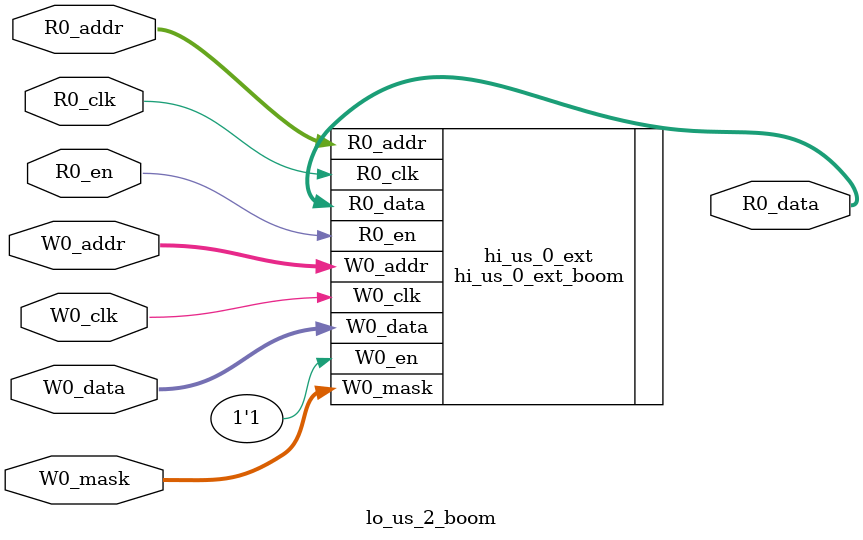
<source format=sv>
`ifndef RANDOMIZE
  `ifdef RANDOMIZE_REG_INIT
    `define RANDOMIZE
  `endif // RANDOMIZE_REG_INIT
`endif // not def RANDOMIZE
`ifndef RANDOMIZE
  `ifdef RANDOMIZE_MEM_INIT
    `define RANDOMIZE
  `endif // RANDOMIZE_MEM_INIT
`endif // not def RANDOMIZE

`ifndef RANDOM
  `define RANDOM $random
`endif // not def RANDOM

// Users can define 'PRINTF_COND' to add an extra gate to prints.
`ifndef PRINTF_COND_
  `ifdef PRINTF_COND
    `define PRINTF_COND_ (`PRINTF_COND)
  `else  // PRINTF_COND
    `define PRINTF_COND_ 1
  `endif // PRINTF_COND
`endif // not def PRINTF_COND_

// Users can define 'ASSERT_VERBOSE_COND' to add an extra gate to assert error printing.
`ifndef ASSERT_VERBOSE_COND_
  `ifdef ASSERT_VERBOSE_COND
    `define ASSERT_VERBOSE_COND_ (`ASSERT_VERBOSE_COND)
  `else  // ASSERT_VERBOSE_COND
    `define ASSERT_VERBOSE_COND_ 1
  `endif // ASSERT_VERBOSE_COND
`endif // not def ASSERT_VERBOSE_COND_

// Users can define 'STOP_COND' to add an extra gate to stop conditions.
`ifndef STOP_COND_
  `ifdef STOP_COND
    `define STOP_COND_ (`STOP_COND)
  `else  // STOP_COND
    `define STOP_COND_ 1
  `endif // STOP_COND
`endif // not def STOP_COND_

// Users can define INIT_RANDOM as general code that gets injected into the
// initializer block for modules with registers.
`ifndef INIT_RANDOM
  `define INIT_RANDOM
`endif // not def INIT_RANDOM

// If using random initialization, you can also define RANDOMIZE_DELAY to
// customize the delay used, otherwise 0.002 is used.
`ifndef RANDOMIZE_DELAY
  `define RANDOMIZE_DELAY 0.002
`endif // not def RANDOMIZE_DELAY

// Define INIT_RANDOM_PROLOG_ for use in our modules below.
`ifndef INIT_RANDOM_PROLOG_
  `ifdef RANDOMIZE
    `ifdef VERILATOR
      `define INIT_RANDOM_PROLOG_ `INIT_RANDOM
    `else  // VERILATOR
      `define INIT_RANDOM_PROLOG_ `INIT_RANDOM #`RANDOMIZE_DELAY begin end
    `endif // VERILATOR
  `else  // RANDOMIZE
    `define INIT_RANDOM_PROLOG_
  `endif // RANDOMIZE
`endif // not def INIT_RANDOM_PROLOG_

module lo_us_2_boom(	// @[tage.scala:90:27]
  input  [7:0] R0_addr,
  input        R0_en,
               R0_clk,
  input  [7:0] W0_addr,
  input        W0_clk,
  input  [3:0] W0_data,
               W0_mask,
  output [3:0] R0_data
);

  hi_us_0_ext_boom hi_us_0_ext (	// @[tage.scala:90:27]
    .R0_addr (R0_addr),
    .R0_en   (R0_en),
    .R0_clk  (R0_clk),
    .W0_addr (W0_addr),
    .W0_en   (1'h1),
    .W0_clk  (W0_clk),
    .W0_data (W0_data),
    .W0_mask (W0_mask),
    .R0_data (R0_data)
  );
endmodule


</source>
